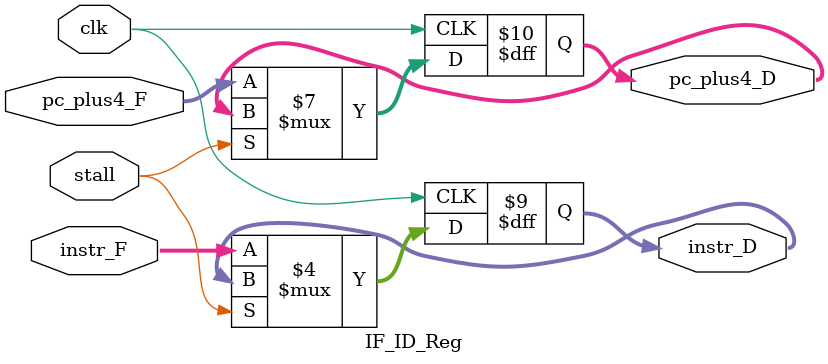
<source format=v>
`timescale 1ns / 1ps


module IF_ID_Reg(
    input wire clk,
    input wire [31:0] instr_F,
    input wire [31:0] pc_plus4_F,
    input wire stall,
    output reg [31:0] instr_D,
    output reg [31:0] pc_plus4_D
);
integer n;
initial begin
    pc_plus4_D = 32'h0;
    instr_D = 32'h0;
end
always @ (posedge clk) begin
    if (stall) begin
      pc_plus4_D <= pc_plus4_D;  // No change during stall
      instr_D <= instr_D;        // No change during stall
    end else begin
      pc_plus4_D = pc_plus4_F;
      instr_D = instr_F;
    end
end
endmodule
</source>
